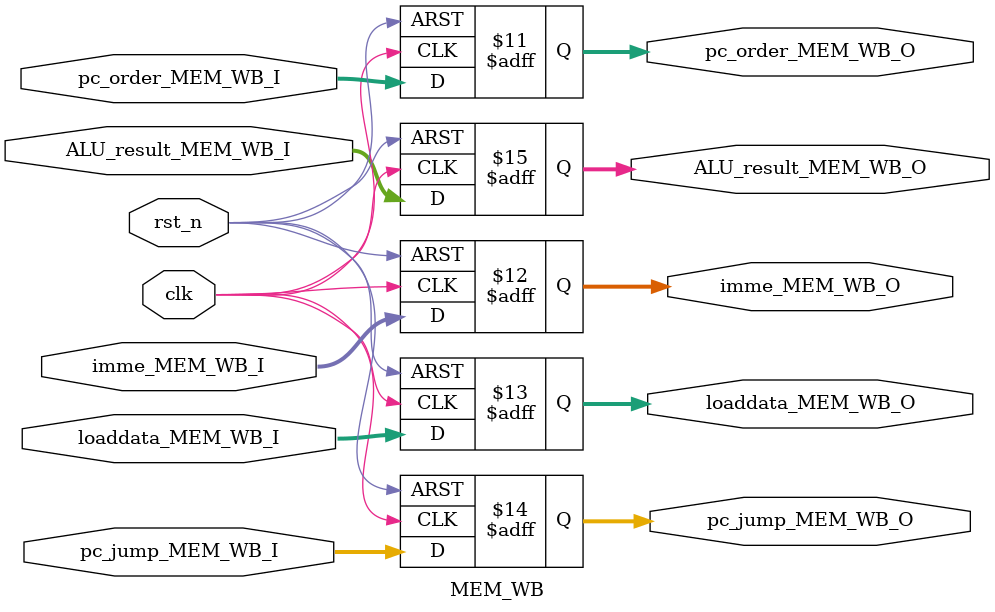
<source format=v>
`timescale 1ns / 1ps


module MEM_WB(
    input clk,
    input rst_n,
    input [31:0] ALU_result_MEM_WB_I,   
	input [31:0] pc_jump_MEM_WB_I,
	input [31:0] loaddata_MEM_WB_I,     //DM£¬·Ã´æ½×¶ÎµÄÐÂÊý¾Ý
	input [31:0] imme_MEM_WB_I,
	input [31:0] pc_order_MEM_WB_I,
	output reg [31:0] ALU_result_MEM_WB_O,   
	output reg [31:0] pc_jump_MEM_WB_O,
	output reg [31:0] loaddata_MEM_WB_O,     //DM
	output reg [31:0] imme_MEM_WB_O,
	output reg [31:0] pc_order_MEM_WB_O
    );
    always@(posedge clk or negedge rst_n)
	begin
		if(!rst_n)
			ALU_result_MEM_WB_O<=32'd0;
		else
			ALU_result_MEM_WB_O<=ALU_result_MEM_WB_I;
	end
	
	always@(posedge clk or negedge rst_n)
	begin
		if(!rst_n)
			pc_jump_MEM_WB_O<=32'd0;
		else
			pc_jump_MEM_WB_O<=pc_jump_MEM_WB_I;
	end

    always@(posedge clk or negedge rst_n)
	begin
		if(!rst_n)
			loaddata_MEM_WB_O<=32'd0;
		else
			loaddata_MEM_WB_O<=loaddata_MEM_WB_I;
	end
	
	always@(posedge clk or negedge rst_n)
	begin
		if(!rst_n)
			imme_MEM_WB_O<=32'd0;
		else
			imme_MEM_WB_O<=imme_MEM_WB_I;
	end
	
	always@(posedge clk or negedge rst_n)
	begin
		if(!rst_n)
			pc_order_MEM_WB_O<=32'd0;
		else
			pc_order_MEM_WB_O<=pc_order_MEM_WB_I;
	end
endmodule

</source>
